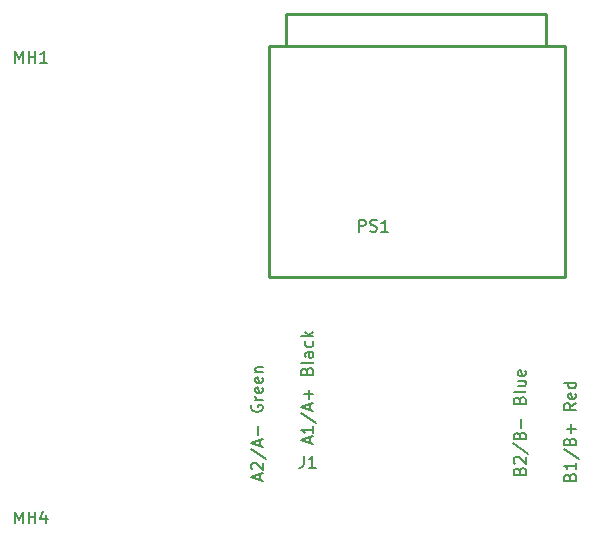
<source format=gbr>
%TF.GenerationSoftware,KiCad,Pcbnew,(5.1.10)-1*%
%TF.CreationDate,2022-11-15T17:45:26-07:00*%
%TF.ProjectId,Stepper_to_XLR4,53746570-7065-4725-9f74-6f5f584c5234,rev?*%
%TF.SameCoordinates,Original*%
%TF.FileFunction,Legend,Top*%
%TF.FilePolarity,Positive*%
%FSLAX46Y46*%
G04 Gerber Fmt 4.6, Leading zero omitted, Abs format (unit mm)*
G04 Created by KiCad (PCBNEW (5.1.10)-1) date 2022-11-15 17:45:26*
%MOMM*%
%LPD*%
G01*
G04 APERTURE LIST*
%ADD10C,0.150000*%
%ADD11C,0.254000*%
G04 APERTURE END LIST*
D10*
X60428571Y-35821428D02*
X60476190Y-35678571D01*
X60523809Y-35630952D01*
X60619047Y-35583333D01*
X60761904Y-35583333D01*
X60857142Y-35630952D01*
X60904761Y-35678571D01*
X60952380Y-35773809D01*
X60952380Y-36154761D01*
X59952380Y-36154761D01*
X59952380Y-35821428D01*
X60000000Y-35726190D01*
X60047619Y-35678571D01*
X60142857Y-35630952D01*
X60238095Y-35630952D01*
X60333333Y-35678571D01*
X60380952Y-35726190D01*
X60428571Y-35821428D01*
X60428571Y-36154761D01*
X60047619Y-35202380D02*
X60000000Y-35154761D01*
X59952380Y-35059523D01*
X59952380Y-34821428D01*
X60000000Y-34726190D01*
X60047619Y-34678571D01*
X60142857Y-34630952D01*
X60238095Y-34630952D01*
X60380952Y-34678571D01*
X60952380Y-35250000D01*
X60952380Y-34630952D01*
X59904761Y-33488095D02*
X61190476Y-34345238D01*
X60428571Y-32821428D02*
X60476190Y-32678571D01*
X60523809Y-32630952D01*
X60619047Y-32583333D01*
X60761904Y-32583333D01*
X60857142Y-32630952D01*
X60904761Y-32678571D01*
X60952380Y-32773809D01*
X60952380Y-33154761D01*
X59952380Y-33154761D01*
X59952380Y-32821428D01*
X60000000Y-32726190D01*
X60047619Y-32678571D01*
X60142857Y-32630952D01*
X60238095Y-32630952D01*
X60333333Y-32678571D01*
X60380952Y-32726190D01*
X60428571Y-32821428D01*
X60428571Y-33154761D01*
X60571428Y-32154761D02*
X60571428Y-31392857D01*
X60428571Y-29821428D02*
X60476190Y-29678571D01*
X60523809Y-29630952D01*
X60619047Y-29583333D01*
X60761904Y-29583333D01*
X60857142Y-29630952D01*
X60904761Y-29678571D01*
X60952380Y-29773809D01*
X60952380Y-30154761D01*
X59952380Y-30154761D01*
X59952380Y-29821428D01*
X60000000Y-29726190D01*
X60047619Y-29678571D01*
X60142857Y-29630952D01*
X60238095Y-29630952D01*
X60333333Y-29678571D01*
X60380952Y-29726190D01*
X60428571Y-29821428D01*
X60428571Y-30154761D01*
X60952380Y-29011904D02*
X60904761Y-29107142D01*
X60809523Y-29154761D01*
X59952380Y-29154761D01*
X60285714Y-28202380D02*
X60952380Y-28202380D01*
X60285714Y-28630952D02*
X60809523Y-28630952D01*
X60904761Y-28583333D01*
X60952380Y-28488095D01*
X60952380Y-28345238D01*
X60904761Y-28250000D01*
X60857142Y-28202380D01*
X60904761Y-27345238D02*
X60952380Y-27440476D01*
X60952380Y-27630952D01*
X60904761Y-27726190D01*
X60809523Y-27773809D01*
X60428571Y-27773809D01*
X60333333Y-27726190D01*
X60285714Y-27630952D01*
X60285714Y-27440476D01*
X60333333Y-27345238D01*
X60428571Y-27297619D01*
X60523809Y-27297619D01*
X60619047Y-27773809D01*
X64678571Y-36309523D02*
X64726190Y-36166666D01*
X64773809Y-36119047D01*
X64869047Y-36071428D01*
X65011904Y-36071428D01*
X65107142Y-36119047D01*
X65154761Y-36166666D01*
X65202380Y-36261904D01*
X65202380Y-36642857D01*
X64202380Y-36642857D01*
X64202380Y-36309523D01*
X64250000Y-36214285D01*
X64297619Y-36166666D01*
X64392857Y-36119047D01*
X64488095Y-36119047D01*
X64583333Y-36166666D01*
X64630952Y-36214285D01*
X64678571Y-36309523D01*
X64678571Y-36642857D01*
X65202380Y-35119047D02*
X65202380Y-35690476D01*
X65202380Y-35404761D02*
X64202380Y-35404761D01*
X64345238Y-35500000D01*
X64440476Y-35595238D01*
X64488095Y-35690476D01*
X64154761Y-33976190D02*
X65440476Y-34833333D01*
X64678571Y-33309523D02*
X64726190Y-33166666D01*
X64773809Y-33119047D01*
X64869047Y-33071428D01*
X65011904Y-33071428D01*
X65107142Y-33119047D01*
X65154761Y-33166666D01*
X65202380Y-33261904D01*
X65202380Y-33642857D01*
X64202380Y-33642857D01*
X64202380Y-33309523D01*
X64250000Y-33214285D01*
X64297619Y-33166666D01*
X64392857Y-33119047D01*
X64488095Y-33119047D01*
X64583333Y-33166666D01*
X64630952Y-33214285D01*
X64678571Y-33309523D01*
X64678571Y-33642857D01*
X64821428Y-32642857D02*
X64821428Y-31880952D01*
X65202380Y-32261904D02*
X64440476Y-32261904D01*
X65202380Y-30071428D02*
X64726190Y-30404761D01*
X65202380Y-30642857D02*
X64202380Y-30642857D01*
X64202380Y-30261904D01*
X64250000Y-30166666D01*
X64297619Y-30119047D01*
X64392857Y-30071428D01*
X64535714Y-30071428D01*
X64630952Y-30119047D01*
X64678571Y-30166666D01*
X64726190Y-30261904D01*
X64726190Y-30642857D01*
X65154761Y-29261904D02*
X65202380Y-29357142D01*
X65202380Y-29547619D01*
X65154761Y-29642857D01*
X65059523Y-29690476D01*
X64678571Y-29690476D01*
X64583333Y-29642857D01*
X64535714Y-29547619D01*
X64535714Y-29357142D01*
X64583333Y-29261904D01*
X64678571Y-29214285D01*
X64773809Y-29214285D01*
X64869047Y-29690476D01*
X65202380Y-28357142D02*
X64202380Y-28357142D01*
X65154761Y-28357142D02*
X65202380Y-28452380D01*
X65202380Y-28642857D01*
X65154761Y-28738095D01*
X65107142Y-28785714D01*
X65011904Y-28833333D01*
X64726190Y-28833333D01*
X64630952Y-28785714D01*
X64583333Y-28738095D01*
X64535714Y-28642857D01*
X64535714Y-28452380D01*
X64583333Y-28357142D01*
X38416666Y-36535714D02*
X38416666Y-36059523D01*
X38702380Y-36630952D02*
X37702380Y-36297619D01*
X38702380Y-35964285D01*
X37797619Y-35678571D02*
X37750000Y-35630952D01*
X37702380Y-35535714D01*
X37702380Y-35297619D01*
X37750000Y-35202380D01*
X37797619Y-35154761D01*
X37892857Y-35107142D01*
X37988095Y-35107142D01*
X38130952Y-35154761D01*
X38702380Y-35726190D01*
X38702380Y-35107142D01*
X37654761Y-33964285D02*
X38940476Y-34821428D01*
X38416666Y-33678571D02*
X38416666Y-33202380D01*
X38702380Y-33773809D02*
X37702380Y-33440476D01*
X38702380Y-33107142D01*
X38321428Y-32773809D02*
X38321428Y-32011904D01*
X37750000Y-30250000D02*
X37702380Y-30345238D01*
X37702380Y-30488095D01*
X37750000Y-30630952D01*
X37845238Y-30726190D01*
X37940476Y-30773809D01*
X38130952Y-30821428D01*
X38273809Y-30821428D01*
X38464285Y-30773809D01*
X38559523Y-30726190D01*
X38654761Y-30630952D01*
X38702380Y-30488095D01*
X38702380Y-30392857D01*
X38654761Y-30250000D01*
X38607142Y-30202380D01*
X38273809Y-30202380D01*
X38273809Y-30392857D01*
X38702380Y-29773809D02*
X38035714Y-29773809D01*
X38226190Y-29773809D02*
X38130952Y-29726190D01*
X38083333Y-29678571D01*
X38035714Y-29583333D01*
X38035714Y-29488095D01*
X38654761Y-28773809D02*
X38702380Y-28869047D01*
X38702380Y-29059523D01*
X38654761Y-29154761D01*
X38559523Y-29202380D01*
X38178571Y-29202380D01*
X38083333Y-29154761D01*
X38035714Y-29059523D01*
X38035714Y-28869047D01*
X38083333Y-28773809D01*
X38178571Y-28726190D01*
X38273809Y-28726190D01*
X38369047Y-29202380D01*
X38654761Y-27916666D02*
X38702380Y-28011904D01*
X38702380Y-28202380D01*
X38654761Y-28297619D01*
X38559523Y-28345238D01*
X38178571Y-28345238D01*
X38083333Y-28297619D01*
X38035714Y-28202380D01*
X38035714Y-28011904D01*
X38083333Y-27916666D01*
X38178571Y-27869047D01*
X38273809Y-27869047D01*
X38369047Y-28345238D01*
X38035714Y-27440476D02*
X38702380Y-27440476D01*
X38130952Y-27440476D02*
X38083333Y-27392857D01*
X38035714Y-27297619D01*
X38035714Y-27154761D01*
X38083333Y-27059523D01*
X38178571Y-27011904D01*
X38702380Y-27011904D01*
X42666666Y-33464285D02*
X42666666Y-32988095D01*
X42952380Y-33559523D02*
X41952380Y-33226190D01*
X42952380Y-32892857D01*
X42952380Y-32035714D02*
X42952380Y-32607142D01*
X42952380Y-32321428D02*
X41952380Y-32321428D01*
X42095238Y-32416666D01*
X42190476Y-32511904D01*
X42238095Y-32607142D01*
X41904761Y-30892857D02*
X43190476Y-31750000D01*
X42666666Y-30607142D02*
X42666666Y-30130952D01*
X42952380Y-30702380D02*
X41952380Y-30369047D01*
X42952380Y-30035714D01*
X42571428Y-29702380D02*
X42571428Y-28940476D01*
X42952380Y-29321428D02*
X42190476Y-29321428D01*
X42428571Y-27369047D02*
X42476190Y-27226190D01*
X42523809Y-27178571D01*
X42619047Y-27130952D01*
X42761904Y-27130952D01*
X42857142Y-27178571D01*
X42904761Y-27226190D01*
X42952380Y-27321428D01*
X42952380Y-27702380D01*
X41952380Y-27702380D01*
X41952380Y-27369047D01*
X42000000Y-27273809D01*
X42047619Y-27226190D01*
X42142857Y-27178571D01*
X42238095Y-27178571D01*
X42333333Y-27226190D01*
X42380952Y-27273809D01*
X42428571Y-27369047D01*
X42428571Y-27702380D01*
X42952380Y-26559523D02*
X42904761Y-26654761D01*
X42809523Y-26702380D01*
X41952380Y-26702380D01*
X42952380Y-25750000D02*
X42428571Y-25750000D01*
X42333333Y-25797619D01*
X42285714Y-25892857D01*
X42285714Y-26083333D01*
X42333333Y-26178571D01*
X42904761Y-25750000D02*
X42952380Y-25845238D01*
X42952380Y-26083333D01*
X42904761Y-26178571D01*
X42809523Y-26226190D01*
X42714285Y-26226190D01*
X42619047Y-26178571D01*
X42571428Y-26083333D01*
X42571428Y-25845238D01*
X42523809Y-25750000D01*
X42904761Y-24845238D02*
X42952380Y-24940476D01*
X42952380Y-25130952D01*
X42904761Y-25226190D01*
X42857142Y-25273809D01*
X42761904Y-25321428D01*
X42476190Y-25321428D01*
X42380952Y-25273809D01*
X42333333Y-25226190D01*
X42285714Y-25130952D01*
X42285714Y-24940476D01*
X42333333Y-24845238D01*
X42952380Y-24416666D02*
X41952380Y-24416666D01*
X42571428Y-24321428D02*
X42952380Y-24035714D01*
X42285714Y-24035714D02*
X42666666Y-24416666D01*
D11*
%TO.C,PS1*%
X40693000Y2832000D02*
X62693000Y2832000D01*
X39193000Y165000D02*
X64193000Y165000D01*
X64266000Y-19393000D02*
X64266000Y165000D01*
X39193000Y-19393000D02*
X64266000Y-19393000D01*
X39193000Y165000D02*
X39193000Y-19393000D01*
X40693000Y2832000D02*
X40693000Y165000D01*
X62693000Y2832000D02*
X62693000Y165000D01*
%TO.C,MH4*%
D10*
X17716666Y-40252380D02*
X17716666Y-39252380D01*
X18050000Y-39966666D01*
X18383333Y-39252380D01*
X18383333Y-40252380D01*
X18859523Y-40252380D02*
X18859523Y-39252380D01*
X18859523Y-39728571D02*
X19430952Y-39728571D01*
X19430952Y-40252380D02*
X19430952Y-39252380D01*
X20335714Y-39585714D02*
X20335714Y-40252380D01*
X20097619Y-39204761D02*
X19859523Y-39919047D01*
X20478571Y-39919047D01*
%TO.C,MH1*%
X17716666Y-1252380D02*
X17716666Y-252380D01*
X18050000Y-966666D01*
X18383333Y-252380D01*
X18383333Y-1252380D01*
X18859523Y-1252380D02*
X18859523Y-252380D01*
X18859523Y-728571D02*
X19430952Y-728571D01*
X19430952Y-1252380D02*
X19430952Y-252380D01*
X20430952Y-1252380D02*
X19859523Y-1252380D01*
X20145238Y-1252380D02*
X20145238Y-252380D01*
X20050000Y-395238D01*
X19954761Y-490476D01*
X19859523Y-538095D01*
%TO.C,J1*%
X42166666Y-34552380D02*
X42166666Y-35266666D01*
X42119047Y-35409523D01*
X42023809Y-35504761D01*
X41880952Y-35552380D01*
X41785714Y-35552380D01*
X43166666Y-35552380D02*
X42595238Y-35552380D01*
X42880952Y-35552380D02*
X42880952Y-34552380D01*
X42785714Y-34695238D01*
X42690476Y-34790476D01*
X42595238Y-34838095D01*
%TO.C,PS1*%
X46835833Y-15559380D02*
X46835833Y-14559380D01*
X47216785Y-14559380D01*
X47312023Y-14607000D01*
X47359642Y-14654619D01*
X47407261Y-14749857D01*
X47407261Y-14892714D01*
X47359642Y-14987952D01*
X47312023Y-15035571D01*
X47216785Y-15083190D01*
X46835833Y-15083190D01*
X47788214Y-15511761D02*
X47931071Y-15559380D01*
X48169166Y-15559380D01*
X48264404Y-15511761D01*
X48312023Y-15464142D01*
X48359642Y-15368904D01*
X48359642Y-15273666D01*
X48312023Y-15178428D01*
X48264404Y-15130809D01*
X48169166Y-15083190D01*
X47978690Y-15035571D01*
X47883452Y-14987952D01*
X47835833Y-14940333D01*
X47788214Y-14845095D01*
X47788214Y-14749857D01*
X47835833Y-14654619D01*
X47883452Y-14607000D01*
X47978690Y-14559380D01*
X48216785Y-14559380D01*
X48359642Y-14607000D01*
X49312023Y-15559380D02*
X48740595Y-15559380D01*
X49026309Y-15559380D02*
X49026309Y-14559380D01*
X48931071Y-14702238D01*
X48835833Y-14797476D01*
X48740595Y-14845095D01*
%TD*%
M02*

</source>
